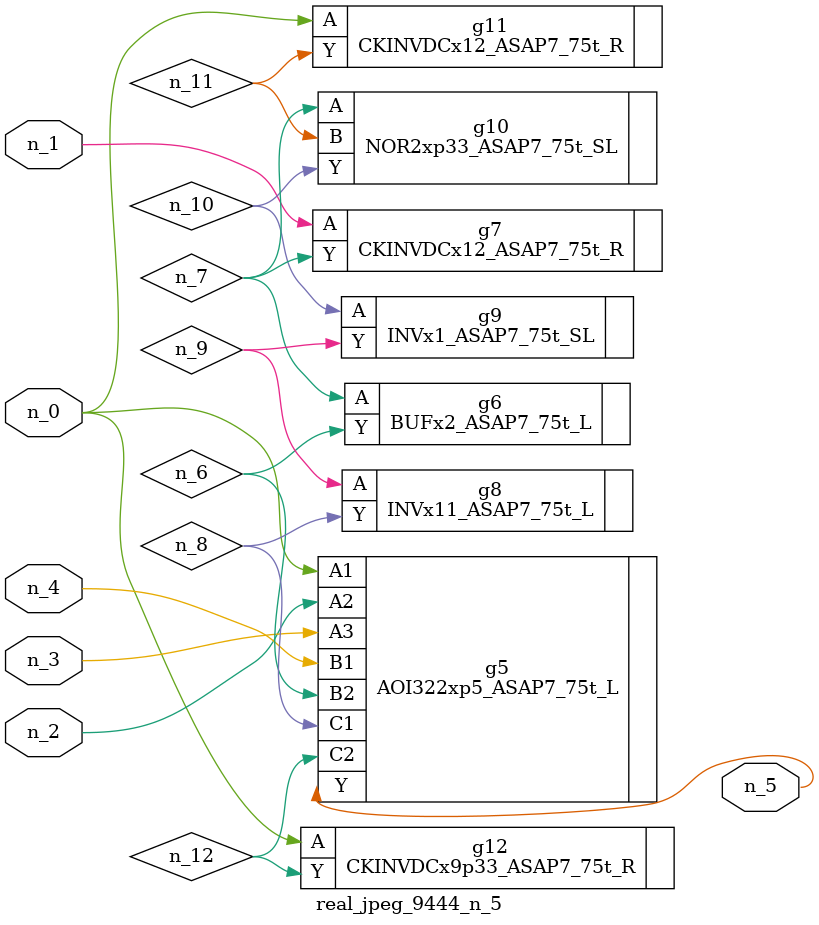
<source format=v>
module real_jpeg_9444_n_5 (n_4, n_0, n_1, n_2, n_3, n_5);

input n_4;
input n_0;
input n_1;
input n_2;
input n_3;

output n_5;

wire n_12;
wire n_8;
wire n_11;
wire n_6;
wire n_7;
wire n_10;
wire n_9;

AOI322xp5_ASAP7_75t_L g5 ( 
.A1(n_0),
.A2(n_2),
.A3(n_3),
.B1(n_4),
.B2(n_6),
.C1(n_8),
.C2(n_12),
.Y(n_5)
);

CKINVDCx12_ASAP7_75t_R g11 ( 
.A(n_0),
.Y(n_11)
);

CKINVDCx9p33_ASAP7_75t_R g12 ( 
.A(n_0),
.Y(n_12)
);

CKINVDCx12_ASAP7_75t_R g7 ( 
.A(n_1),
.Y(n_7)
);

BUFx2_ASAP7_75t_L g6 ( 
.A(n_7),
.Y(n_6)
);

NOR2xp33_ASAP7_75t_SL g10 ( 
.A(n_7),
.B(n_11),
.Y(n_10)
);

INVx11_ASAP7_75t_L g8 ( 
.A(n_9),
.Y(n_8)
);

INVx1_ASAP7_75t_SL g9 ( 
.A(n_10),
.Y(n_9)
);


endmodule
</source>
